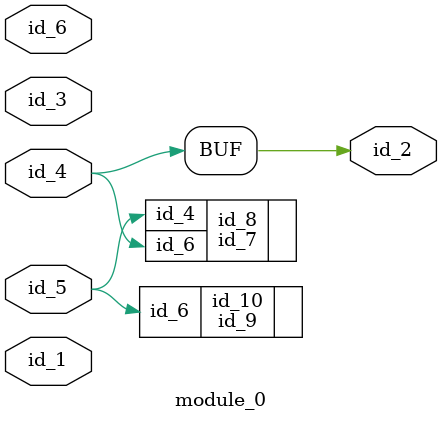
<source format=v>
module module_0 (
    id_1,
    id_2,
    id_3,
    id_4,
    id_5,
    id_6
);
  input id_6;
  input id_5;
  input id_4;
  input id_3;
  output id_2;
  input id_1;
  id_7 id_8 (
      .id_4(id_5),
      .id_6(id_4)
  );
  id_9 id_10 (
      .id_6(id_5),
      .id_6(id_5)
  );
  always @(id_5) begin
    id_2 = id_4;
  end
endmodule

</source>
